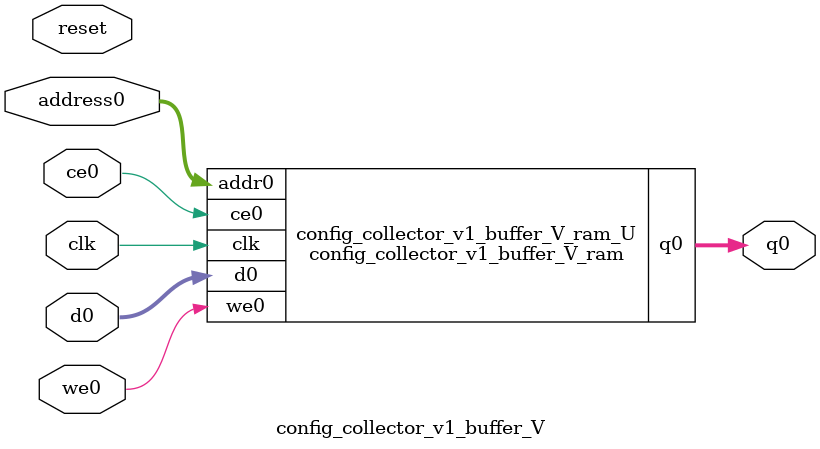
<source format=v>
`timescale 1 ns / 1 ps
module config_collector_v1_buffer_V_ram (addr0, ce0, d0, we0, q0,  clk);

parameter DWIDTH = 64;
parameter AWIDTH = 8;
parameter MEM_SIZE = 256;

input[AWIDTH-1:0] addr0;
input ce0;
input[DWIDTH-1:0] d0;
input we0;
output reg[DWIDTH-1:0] q0;
input clk;

reg [DWIDTH-1:0] ram[0:MEM_SIZE-1];




always @(posedge clk)  
begin 
    if (ce0) begin
        if (we0) 
            ram[addr0] <= d0; 
        q0 <= ram[addr0];
    end
end


endmodule

`timescale 1 ns / 1 ps
module config_collector_v1_buffer_V(
    reset,
    clk,
    address0,
    ce0,
    we0,
    d0,
    q0);

parameter DataWidth = 32'd64;
parameter AddressRange = 32'd256;
parameter AddressWidth = 32'd8;
input reset;
input clk;
input[AddressWidth - 1:0] address0;
input ce0;
input we0;
input[DataWidth - 1:0] d0;
output[DataWidth - 1:0] q0;



config_collector_v1_buffer_V_ram config_collector_v1_buffer_V_ram_U(
    .clk( clk ),
    .addr0( address0 ),
    .ce0( ce0 ),
    .we0( we0 ),
    .d0( d0 ),
    .q0( q0 ));

endmodule


</source>
